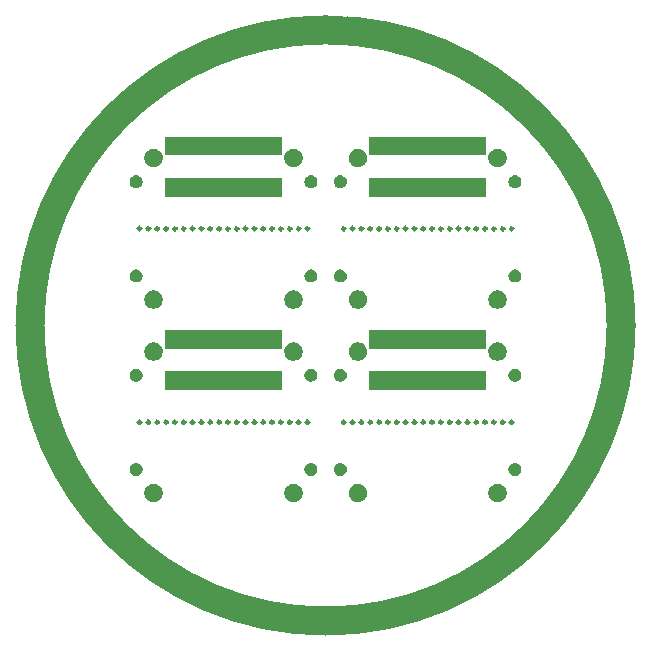
<source format=gbr>
G04 #@! TF.GenerationSoftware,KiCad,Pcbnew,(5.1.4)-1*
G04 #@! TF.CreationDate,2019-10-08T18:00:11-06:00*
G04 #@! TF.ProjectId,Gateway02,47617465-7761-4793-9032-2e6b69636164,rev?*
G04 #@! TF.SameCoordinates,Original*
G04 #@! TF.FileFunction,Soldermask,Bot*
G04 #@! TF.FilePolarity,Negative*
%FSLAX46Y46*%
G04 Gerber Fmt 4.6, Leading zero omitted, Abs format (unit mm)*
G04 Created by KiCad (PCBNEW (5.1.4)-1) date 2019-10-08 18:00:11*
%MOMM*%
%LPD*%
G04 APERTURE LIST*
%ADD10C,0.250000*%
%ADD11C,0.150000*%
%ADD12C,2.450000*%
%ADD13C,0.100000*%
G04 APERTURE END LIST*
D10*
X97784000Y-105443000D02*
G75*
G03X97784000Y-105443000I-150000J0D01*
G01*
D11*
X96184000Y-105443000D02*
G75*
G03X96184000Y-105443000I-50000J0D01*
G01*
X96934000Y-105443000D02*
G75*
G03X96934000Y-105443000I-50000J0D01*
G01*
X95434000Y-105443000D02*
G75*
G03X95434000Y-105443000I-50000J0D01*
G01*
D10*
X97034000Y-105443000D02*
G75*
G03X97034000Y-105443000I-150000J0D01*
G01*
X98534000Y-105443000D02*
G75*
G03X98534000Y-105443000I-150000J0D01*
G01*
X95534000Y-105443000D02*
G75*
G03X95534000Y-105443000I-150000J0D01*
G01*
D11*
X98434000Y-105443000D02*
G75*
G03X98434000Y-105443000I-50000J0D01*
G01*
D10*
X107504000Y-105443000D02*
G75*
G03X107504000Y-105443000I-150000J0D01*
G01*
D11*
X108904000Y-105443000D02*
G75*
G03X108904000Y-105443000I-50000J0D01*
G01*
D10*
X96284000Y-105443000D02*
G75*
G03X96284000Y-105443000I-150000J0D01*
G01*
D11*
X97684000Y-105443000D02*
G75*
G03X97684000Y-105443000I-50000J0D01*
G01*
D10*
X109754000Y-105443000D02*
G75*
G03X109754000Y-105443000I-150000J0D01*
G01*
D11*
X107404000Y-105443000D02*
G75*
G03X107404000Y-105443000I-50000J0D01*
G01*
X106654000Y-105443000D02*
G75*
G03X106654000Y-105443000I-50000J0D01*
G01*
D10*
X108254000Y-105443000D02*
G75*
G03X108254000Y-105443000I-150000J0D01*
G01*
D11*
X108154000Y-105443000D02*
G75*
G03X108154000Y-105443000I-50000J0D01*
G01*
D10*
X106754000Y-105443000D02*
G75*
G03X106754000Y-105443000I-150000J0D01*
G01*
D11*
X109654000Y-105443000D02*
G75*
G03X109654000Y-105443000I-50000J0D01*
G01*
D10*
X109004000Y-105443000D02*
G75*
G03X109004000Y-105443000I-150000J0D01*
G01*
X103764000Y-105443000D02*
G75*
G03X103764000Y-105443000I-150000J0D01*
G01*
X99274000Y-105443000D02*
G75*
G03X99274000Y-105443000I-150000J0D01*
G01*
D11*
X103674000Y-105443000D02*
G75*
G03X103674000Y-105443000I-50000J0D01*
G01*
D10*
X103014000Y-105443000D02*
G75*
G03X103014000Y-105443000I-150000J0D01*
G01*
D11*
X100674000Y-105443000D02*
G75*
G03X100674000Y-105443000I-50000J0D01*
G01*
D10*
X100774000Y-105443000D02*
G75*
G03X100774000Y-105443000I-150000J0D01*
G01*
D11*
X99174000Y-105443000D02*
G75*
G03X99174000Y-105443000I-50000J0D01*
G01*
D10*
X106014000Y-105443000D02*
G75*
G03X106014000Y-105443000I-150000J0D01*
G01*
D11*
X105924000Y-105443000D02*
G75*
G03X105924000Y-105443000I-50000J0D01*
G01*
X102924000Y-105443000D02*
G75*
G03X102924000Y-105443000I-50000J0D01*
G01*
X105174000Y-105443000D02*
G75*
G03X105174000Y-105443000I-50000J0D01*
G01*
D10*
X104514000Y-105443000D02*
G75*
G03X104514000Y-105443000I-150000J0D01*
G01*
X101524000Y-105443000D02*
G75*
G03X101524000Y-105443000I-150000J0D01*
G01*
X105264000Y-105443000D02*
G75*
G03X105264000Y-105443000I-150000J0D01*
G01*
D11*
X104424000Y-105443000D02*
G75*
G03X104424000Y-105443000I-50000J0D01*
G01*
X99924000Y-105443000D02*
G75*
G03X99924000Y-105443000I-50000J0D01*
G01*
D10*
X102274000Y-105443000D02*
G75*
G03X102274000Y-105443000I-150000J0D01*
G01*
D11*
X102174000Y-105443000D02*
G75*
G03X102174000Y-105443000I-50000J0D01*
G01*
X101424000Y-105443000D02*
G75*
G03X101424000Y-105443000I-50000J0D01*
G01*
D10*
X100024000Y-105443000D02*
G75*
G03X100024000Y-105443000I-150000J0D01*
G01*
X80500000Y-105443000D02*
G75*
G03X80500000Y-105443000I-150000J0D01*
G01*
D11*
X78900000Y-105443000D02*
G75*
G03X78900000Y-105443000I-50000J0D01*
G01*
X79650000Y-105443000D02*
G75*
G03X79650000Y-105443000I-50000J0D01*
G01*
X78150000Y-105443000D02*
G75*
G03X78150000Y-105443000I-50000J0D01*
G01*
D10*
X79750000Y-105443000D02*
G75*
G03X79750000Y-105443000I-150000J0D01*
G01*
X81250000Y-105443000D02*
G75*
G03X81250000Y-105443000I-150000J0D01*
G01*
X78250000Y-105443000D02*
G75*
G03X78250000Y-105443000I-150000J0D01*
G01*
D11*
X81150000Y-105443000D02*
G75*
G03X81150000Y-105443000I-50000J0D01*
G01*
D10*
X90220000Y-105443000D02*
G75*
G03X90220000Y-105443000I-150000J0D01*
G01*
D11*
X91620000Y-105443000D02*
G75*
G03X91620000Y-105443000I-50000J0D01*
G01*
D10*
X79000000Y-105443000D02*
G75*
G03X79000000Y-105443000I-150000J0D01*
G01*
D11*
X80400000Y-105443000D02*
G75*
G03X80400000Y-105443000I-50000J0D01*
G01*
D10*
X92470000Y-105443000D02*
G75*
G03X92470000Y-105443000I-150000J0D01*
G01*
D11*
X90120000Y-105443000D02*
G75*
G03X90120000Y-105443000I-50000J0D01*
G01*
X89370000Y-105443000D02*
G75*
G03X89370000Y-105443000I-50000J0D01*
G01*
D10*
X90970000Y-105443000D02*
G75*
G03X90970000Y-105443000I-150000J0D01*
G01*
D11*
X90870000Y-105443000D02*
G75*
G03X90870000Y-105443000I-50000J0D01*
G01*
D10*
X89470000Y-105443000D02*
G75*
G03X89470000Y-105443000I-150000J0D01*
G01*
D11*
X92370000Y-105443000D02*
G75*
G03X92370000Y-105443000I-50000J0D01*
G01*
D10*
X91720000Y-105443000D02*
G75*
G03X91720000Y-105443000I-150000J0D01*
G01*
X86480000Y-105443000D02*
G75*
G03X86480000Y-105443000I-150000J0D01*
G01*
X81990000Y-105443000D02*
G75*
G03X81990000Y-105443000I-150000J0D01*
G01*
D11*
X86390000Y-105443000D02*
G75*
G03X86390000Y-105443000I-50000J0D01*
G01*
D10*
X85730000Y-105443000D02*
G75*
G03X85730000Y-105443000I-150000J0D01*
G01*
D11*
X83390000Y-105443000D02*
G75*
G03X83390000Y-105443000I-50000J0D01*
G01*
D10*
X83490000Y-105443000D02*
G75*
G03X83490000Y-105443000I-150000J0D01*
G01*
D11*
X81890000Y-105443000D02*
G75*
G03X81890000Y-105443000I-50000J0D01*
G01*
D10*
X88730000Y-105443000D02*
G75*
G03X88730000Y-105443000I-150000J0D01*
G01*
D11*
X88640000Y-105443000D02*
G75*
G03X88640000Y-105443000I-50000J0D01*
G01*
X85640000Y-105443000D02*
G75*
G03X85640000Y-105443000I-50000J0D01*
G01*
X87890000Y-105443000D02*
G75*
G03X87890000Y-105443000I-50000J0D01*
G01*
D10*
X87230000Y-105443000D02*
G75*
G03X87230000Y-105443000I-150000J0D01*
G01*
X84240000Y-105443000D02*
G75*
G03X84240000Y-105443000I-150000J0D01*
G01*
X87980000Y-105443000D02*
G75*
G03X87980000Y-105443000I-150000J0D01*
G01*
D11*
X87140000Y-105443000D02*
G75*
G03X87140000Y-105443000I-50000J0D01*
G01*
X82640000Y-105443000D02*
G75*
G03X82640000Y-105443000I-50000J0D01*
G01*
D10*
X84990000Y-105443000D02*
G75*
G03X84990000Y-105443000I-150000J0D01*
G01*
D11*
X84890000Y-105443000D02*
G75*
G03X84890000Y-105443000I-50000J0D01*
G01*
X84140000Y-105443000D02*
G75*
G03X84140000Y-105443000I-50000J0D01*
G01*
D10*
X82740000Y-105443000D02*
G75*
G03X82740000Y-105443000I-150000J0D01*
G01*
X97784000Y-89057000D02*
G75*
G03X97784000Y-89057000I-150000J0D01*
G01*
D11*
X96184000Y-89057000D02*
G75*
G03X96184000Y-89057000I-50000J0D01*
G01*
X96934000Y-89057000D02*
G75*
G03X96934000Y-89057000I-50000J0D01*
G01*
X95434000Y-89057000D02*
G75*
G03X95434000Y-89057000I-50000J0D01*
G01*
D10*
X97034000Y-89057000D02*
G75*
G03X97034000Y-89057000I-150000J0D01*
G01*
X98534000Y-89057000D02*
G75*
G03X98534000Y-89057000I-150000J0D01*
G01*
X95534000Y-89057000D02*
G75*
G03X95534000Y-89057000I-150000J0D01*
G01*
D11*
X98434000Y-89057000D02*
G75*
G03X98434000Y-89057000I-50000J0D01*
G01*
D10*
X107504000Y-89057000D02*
G75*
G03X107504000Y-89057000I-150000J0D01*
G01*
D11*
X108904000Y-89057000D02*
G75*
G03X108904000Y-89057000I-50000J0D01*
G01*
D10*
X96284000Y-89057000D02*
G75*
G03X96284000Y-89057000I-150000J0D01*
G01*
D11*
X97684000Y-89057000D02*
G75*
G03X97684000Y-89057000I-50000J0D01*
G01*
D10*
X109754000Y-89057000D02*
G75*
G03X109754000Y-89057000I-150000J0D01*
G01*
D11*
X107404000Y-89057000D02*
G75*
G03X107404000Y-89057000I-50000J0D01*
G01*
X106654000Y-89057000D02*
G75*
G03X106654000Y-89057000I-50000J0D01*
G01*
D10*
X108254000Y-89057000D02*
G75*
G03X108254000Y-89057000I-150000J0D01*
G01*
D11*
X108154000Y-89057000D02*
G75*
G03X108154000Y-89057000I-50000J0D01*
G01*
D10*
X106754000Y-89057000D02*
G75*
G03X106754000Y-89057000I-150000J0D01*
G01*
D11*
X109654000Y-89057000D02*
G75*
G03X109654000Y-89057000I-50000J0D01*
G01*
D10*
X109004000Y-89057000D02*
G75*
G03X109004000Y-89057000I-150000J0D01*
G01*
X103764000Y-89057000D02*
G75*
G03X103764000Y-89057000I-150000J0D01*
G01*
X99274000Y-89057000D02*
G75*
G03X99274000Y-89057000I-150000J0D01*
G01*
D11*
X103674000Y-89057000D02*
G75*
G03X103674000Y-89057000I-50000J0D01*
G01*
D10*
X103014000Y-89057000D02*
G75*
G03X103014000Y-89057000I-150000J0D01*
G01*
D11*
X100674000Y-89057000D02*
G75*
G03X100674000Y-89057000I-50000J0D01*
G01*
D10*
X100774000Y-89057000D02*
G75*
G03X100774000Y-89057000I-150000J0D01*
G01*
D11*
X99174000Y-89057000D02*
G75*
G03X99174000Y-89057000I-50000J0D01*
G01*
D10*
X106014000Y-89057000D02*
G75*
G03X106014000Y-89057000I-150000J0D01*
G01*
D11*
X105924000Y-89057000D02*
G75*
G03X105924000Y-89057000I-50000J0D01*
G01*
X102924000Y-89057000D02*
G75*
G03X102924000Y-89057000I-50000J0D01*
G01*
X105174000Y-89057000D02*
G75*
G03X105174000Y-89057000I-50000J0D01*
G01*
D10*
X104514000Y-89057000D02*
G75*
G03X104514000Y-89057000I-150000J0D01*
G01*
X101524000Y-89057000D02*
G75*
G03X101524000Y-89057000I-150000J0D01*
G01*
X105264000Y-89057000D02*
G75*
G03X105264000Y-89057000I-150000J0D01*
G01*
D11*
X104424000Y-89057000D02*
G75*
G03X104424000Y-89057000I-50000J0D01*
G01*
X99924000Y-89057000D02*
G75*
G03X99924000Y-89057000I-50000J0D01*
G01*
D10*
X102274000Y-89057000D02*
G75*
G03X102274000Y-89057000I-150000J0D01*
G01*
D11*
X102174000Y-89057000D02*
G75*
G03X102174000Y-89057000I-50000J0D01*
G01*
X101424000Y-89057000D02*
G75*
G03X101424000Y-89057000I-50000J0D01*
G01*
D10*
X100024000Y-89057000D02*
G75*
G03X100024000Y-89057000I-150000J0D01*
G01*
X78250000Y-89057000D02*
G75*
G03X78250000Y-89057000I-150000J0D01*
G01*
D11*
X79650000Y-89057000D02*
G75*
G03X79650000Y-89057000I-50000J0D01*
G01*
D10*
X79750000Y-89057000D02*
G75*
G03X79750000Y-89057000I-150000J0D01*
G01*
D11*
X78150000Y-89057000D02*
G75*
G03X78150000Y-89057000I-50000J0D01*
G01*
D10*
X80500000Y-89057000D02*
G75*
G03X80500000Y-89057000I-150000J0D01*
G01*
D11*
X78900000Y-89057000D02*
G75*
G03X78900000Y-89057000I-50000J0D01*
G01*
D10*
X81250000Y-89057000D02*
G75*
G03X81250000Y-89057000I-150000J0D01*
G01*
D11*
X81150000Y-89057000D02*
G75*
G03X81150000Y-89057000I-50000J0D01*
G01*
X80400000Y-89057000D02*
G75*
G03X80400000Y-89057000I-50000J0D01*
G01*
D10*
X79000000Y-89057000D02*
G75*
G03X79000000Y-89057000I-150000J0D01*
G01*
X90220000Y-89057000D02*
G75*
G03X90220000Y-89057000I-150000J0D01*
G01*
D11*
X90120000Y-89057000D02*
G75*
G03X90120000Y-89057000I-50000J0D01*
G01*
D10*
X89470000Y-89057000D02*
G75*
G03X89470000Y-89057000I-150000J0D01*
G01*
X92470000Y-89057000D02*
G75*
G03X92470000Y-89057000I-150000J0D01*
G01*
D11*
X92370000Y-89057000D02*
G75*
G03X92370000Y-89057000I-50000J0D01*
G01*
X89370000Y-89057000D02*
G75*
G03X89370000Y-89057000I-50000J0D01*
G01*
X91620000Y-89057000D02*
G75*
G03X91620000Y-89057000I-50000J0D01*
G01*
D10*
X90970000Y-89057000D02*
G75*
G03X90970000Y-89057000I-150000J0D01*
G01*
X91720000Y-89057000D02*
G75*
G03X91720000Y-89057000I-150000J0D01*
G01*
D11*
X90870000Y-89057000D02*
G75*
G03X90870000Y-89057000I-50000J0D01*
G01*
D10*
X82740000Y-89057000D02*
G75*
G03X82740000Y-89057000I-150000J0D01*
G01*
D11*
X84140000Y-89057000D02*
G75*
G03X84140000Y-89057000I-50000J0D01*
G01*
X84890000Y-89057000D02*
G75*
G03X84890000Y-89057000I-50000J0D01*
G01*
D10*
X84990000Y-89057000D02*
G75*
G03X84990000Y-89057000I-150000J0D01*
G01*
D11*
X82640000Y-89057000D02*
G75*
G03X82640000Y-89057000I-50000J0D01*
G01*
X87140000Y-89057000D02*
G75*
G03X87140000Y-89057000I-50000J0D01*
G01*
D10*
X87980000Y-89057000D02*
G75*
G03X87980000Y-89057000I-150000J0D01*
G01*
X84240000Y-89057000D02*
G75*
G03X84240000Y-89057000I-150000J0D01*
G01*
X87230000Y-89057000D02*
G75*
G03X87230000Y-89057000I-150000J0D01*
G01*
D11*
X87890000Y-89057000D02*
G75*
G03X87890000Y-89057000I-50000J0D01*
G01*
X85640000Y-89057000D02*
G75*
G03X85640000Y-89057000I-50000J0D01*
G01*
X88640000Y-89057000D02*
G75*
G03X88640000Y-89057000I-50000J0D01*
G01*
D10*
X88730000Y-89057000D02*
G75*
G03X88730000Y-89057000I-150000J0D01*
G01*
D11*
X81890000Y-89057000D02*
G75*
G03X81890000Y-89057000I-50000J0D01*
G01*
D10*
X83490000Y-89057000D02*
G75*
G03X83490000Y-89057000I-150000J0D01*
G01*
D11*
X83390000Y-89057000D02*
G75*
G03X83390000Y-89057000I-50000J0D01*
G01*
D10*
X85730000Y-89057000D02*
G75*
G03X85730000Y-89057000I-150000J0D01*
G01*
D11*
X86390000Y-89057000D02*
G75*
G03X86390000Y-89057000I-50000J0D01*
G01*
D10*
X81990000Y-89057000D02*
G75*
G03X81990000Y-89057000I-150000J0D01*
G01*
X86480000Y-89057000D02*
G75*
G03X86480000Y-89057000I-150000J0D01*
G01*
D12*
X118877000Y-97250000D02*
G75*
G03X118877000Y-97250000I-25025000J0D01*
G01*
D13*
G36*
X79516348Y-110686820D02*
G01*
X79516350Y-110686821D01*
X79516351Y-110686821D01*
X79657574Y-110745317D01*
X79657577Y-110745319D01*
X79784669Y-110830239D01*
X79892761Y-110938331D01*
X79977681Y-111065423D01*
X79977683Y-111065426D01*
X80036179Y-111206649D01*
X80066000Y-111356571D01*
X80066000Y-111509429D01*
X80036179Y-111659351D01*
X79977683Y-111800574D01*
X79977681Y-111800577D01*
X79892761Y-111927669D01*
X79784669Y-112035761D01*
X79657577Y-112120681D01*
X79657574Y-112120683D01*
X79516351Y-112179179D01*
X79516350Y-112179179D01*
X79516348Y-112179180D01*
X79366431Y-112209000D01*
X79213569Y-112209000D01*
X79063652Y-112179180D01*
X79063650Y-112179179D01*
X79063649Y-112179179D01*
X78922426Y-112120683D01*
X78922423Y-112120681D01*
X78795331Y-112035761D01*
X78687239Y-111927669D01*
X78602319Y-111800577D01*
X78602317Y-111800574D01*
X78543821Y-111659351D01*
X78514000Y-111509429D01*
X78514000Y-111356571D01*
X78543821Y-111206649D01*
X78602317Y-111065426D01*
X78602319Y-111065423D01*
X78687239Y-110938331D01*
X78795331Y-110830239D01*
X78922423Y-110745319D01*
X78922426Y-110745317D01*
X79063649Y-110686821D01*
X79063650Y-110686821D01*
X79063652Y-110686820D01*
X79213569Y-110657000D01*
X79366431Y-110657000D01*
X79516348Y-110686820D01*
X79516348Y-110686820D01*
G37*
G36*
X91356348Y-110686820D02*
G01*
X91356350Y-110686821D01*
X91356351Y-110686821D01*
X91497574Y-110745317D01*
X91497577Y-110745319D01*
X91624669Y-110830239D01*
X91732761Y-110938331D01*
X91817681Y-111065423D01*
X91817683Y-111065426D01*
X91876179Y-111206649D01*
X91906000Y-111356571D01*
X91906000Y-111509429D01*
X91876179Y-111659351D01*
X91817683Y-111800574D01*
X91817681Y-111800577D01*
X91732761Y-111927669D01*
X91624669Y-112035761D01*
X91497577Y-112120681D01*
X91497574Y-112120683D01*
X91356351Y-112179179D01*
X91356350Y-112179179D01*
X91356348Y-112179180D01*
X91206431Y-112209000D01*
X91053569Y-112209000D01*
X90903652Y-112179180D01*
X90903650Y-112179179D01*
X90903649Y-112179179D01*
X90762426Y-112120683D01*
X90762423Y-112120681D01*
X90635331Y-112035761D01*
X90527239Y-111927669D01*
X90442319Y-111800577D01*
X90442317Y-111800574D01*
X90383821Y-111659351D01*
X90354000Y-111509429D01*
X90354000Y-111356571D01*
X90383821Y-111206649D01*
X90442317Y-111065426D01*
X90442319Y-111065423D01*
X90527239Y-110938331D01*
X90635331Y-110830239D01*
X90762423Y-110745319D01*
X90762426Y-110745317D01*
X90903649Y-110686821D01*
X90903650Y-110686821D01*
X90903652Y-110686820D01*
X91053569Y-110657000D01*
X91206431Y-110657000D01*
X91356348Y-110686820D01*
X91356348Y-110686820D01*
G37*
G36*
X108640348Y-110686820D02*
G01*
X108640350Y-110686821D01*
X108640351Y-110686821D01*
X108781574Y-110745317D01*
X108781577Y-110745319D01*
X108908669Y-110830239D01*
X109016761Y-110938331D01*
X109101681Y-111065423D01*
X109101683Y-111065426D01*
X109160179Y-111206649D01*
X109190000Y-111356571D01*
X109190000Y-111509429D01*
X109160179Y-111659351D01*
X109101683Y-111800574D01*
X109101681Y-111800577D01*
X109016761Y-111927669D01*
X108908669Y-112035761D01*
X108781577Y-112120681D01*
X108781574Y-112120683D01*
X108640351Y-112179179D01*
X108640350Y-112179179D01*
X108640348Y-112179180D01*
X108490431Y-112209000D01*
X108337569Y-112209000D01*
X108187652Y-112179180D01*
X108187650Y-112179179D01*
X108187649Y-112179179D01*
X108046426Y-112120683D01*
X108046423Y-112120681D01*
X107919331Y-112035761D01*
X107811239Y-111927669D01*
X107726319Y-111800577D01*
X107726317Y-111800574D01*
X107667821Y-111659351D01*
X107638000Y-111509429D01*
X107638000Y-111356571D01*
X107667821Y-111206649D01*
X107726317Y-111065426D01*
X107726319Y-111065423D01*
X107811239Y-110938331D01*
X107919331Y-110830239D01*
X108046423Y-110745319D01*
X108046426Y-110745317D01*
X108187649Y-110686821D01*
X108187650Y-110686821D01*
X108187652Y-110686820D01*
X108337569Y-110657000D01*
X108490431Y-110657000D01*
X108640348Y-110686820D01*
X108640348Y-110686820D01*
G37*
G36*
X96800348Y-110686820D02*
G01*
X96800350Y-110686821D01*
X96800351Y-110686821D01*
X96941574Y-110745317D01*
X96941577Y-110745319D01*
X97068669Y-110830239D01*
X97176761Y-110938331D01*
X97261681Y-111065423D01*
X97261683Y-111065426D01*
X97320179Y-111206649D01*
X97350000Y-111356571D01*
X97350000Y-111509429D01*
X97320179Y-111659351D01*
X97261683Y-111800574D01*
X97261681Y-111800577D01*
X97176761Y-111927669D01*
X97068669Y-112035761D01*
X96941577Y-112120681D01*
X96941574Y-112120683D01*
X96800351Y-112179179D01*
X96800350Y-112179179D01*
X96800348Y-112179180D01*
X96650431Y-112209000D01*
X96497569Y-112209000D01*
X96347652Y-112179180D01*
X96347650Y-112179179D01*
X96347649Y-112179179D01*
X96206426Y-112120683D01*
X96206423Y-112120681D01*
X96079331Y-112035761D01*
X95971239Y-111927669D01*
X95886319Y-111800577D01*
X95886317Y-111800574D01*
X95827821Y-111659351D01*
X95798000Y-111509429D01*
X95798000Y-111356571D01*
X95827821Y-111206649D01*
X95886317Y-111065426D01*
X95886319Y-111065423D01*
X95971239Y-110938331D01*
X96079331Y-110830239D01*
X96206423Y-110745319D01*
X96206426Y-110745317D01*
X96347649Y-110686821D01*
X96347650Y-110686821D01*
X96347652Y-110686820D01*
X96497569Y-110657000D01*
X96650431Y-110657000D01*
X96800348Y-110686820D01*
X96800348Y-110686820D01*
G37*
G36*
X77975721Y-108903174D02*
G01*
X78075995Y-108944709D01*
X78075996Y-108944710D01*
X78166242Y-109005010D01*
X78242990Y-109081758D01*
X78242991Y-109081760D01*
X78303291Y-109172005D01*
X78344826Y-109272279D01*
X78366000Y-109378730D01*
X78366000Y-109487270D01*
X78344826Y-109593721D01*
X78303291Y-109693995D01*
X78303290Y-109693996D01*
X78242990Y-109784242D01*
X78166242Y-109860990D01*
X78120812Y-109891345D01*
X78075995Y-109921291D01*
X77975721Y-109962826D01*
X77869270Y-109984000D01*
X77760730Y-109984000D01*
X77654279Y-109962826D01*
X77554005Y-109921291D01*
X77509188Y-109891345D01*
X77463758Y-109860990D01*
X77387010Y-109784242D01*
X77326710Y-109693996D01*
X77326709Y-109693995D01*
X77285174Y-109593721D01*
X77264000Y-109487270D01*
X77264000Y-109378730D01*
X77285174Y-109272279D01*
X77326709Y-109172005D01*
X77387009Y-109081760D01*
X77387010Y-109081758D01*
X77463758Y-109005010D01*
X77554004Y-108944710D01*
X77554005Y-108944709D01*
X77654279Y-108903174D01*
X77760730Y-108882000D01*
X77869270Y-108882000D01*
X77975721Y-108903174D01*
X77975721Y-108903174D01*
G37*
G36*
X92765721Y-108903174D02*
G01*
X92865995Y-108944709D01*
X92865996Y-108944710D01*
X92956242Y-109005010D01*
X93032990Y-109081758D01*
X93032991Y-109081760D01*
X93093291Y-109172005D01*
X93134826Y-109272279D01*
X93156000Y-109378730D01*
X93156000Y-109487270D01*
X93134826Y-109593721D01*
X93093291Y-109693995D01*
X93093290Y-109693996D01*
X93032990Y-109784242D01*
X92956242Y-109860990D01*
X92910812Y-109891345D01*
X92865995Y-109921291D01*
X92765721Y-109962826D01*
X92659270Y-109984000D01*
X92550730Y-109984000D01*
X92444279Y-109962826D01*
X92344005Y-109921291D01*
X92299188Y-109891345D01*
X92253758Y-109860990D01*
X92177010Y-109784242D01*
X92116710Y-109693996D01*
X92116709Y-109693995D01*
X92075174Y-109593721D01*
X92054000Y-109487270D01*
X92054000Y-109378730D01*
X92075174Y-109272279D01*
X92116709Y-109172005D01*
X92177009Y-109081760D01*
X92177010Y-109081758D01*
X92253758Y-109005010D01*
X92344004Y-108944710D01*
X92344005Y-108944709D01*
X92444279Y-108903174D01*
X92550730Y-108882000D01*
X92659270Y-108882000D01*
X92765721Y-108903174D01*
X92765721Y-108903174D01*
G37*
G36*
X95259721Y-108903174D02*
G01*
X95359995Y-108944709D01*
X95359996Y-108944710D01*
X95450242Y-109005010D01*
X95526990Y-109081758D01*
X95526991Y-109081760D01*
X95587291Y-109172005D01*
X95628826Y-109272279D01*
X95650000Y-109378730D01*
X95650000Y-109487270D01*
X95628826Y-109593721D01*
X95587291Y-109693995D01*
X95587290Y-109693996D01*
X95526990Y-109784242D01*
X95450242Y-109860990D01*
X95404812Y-109891345D01*
X95359995Y-109921291D01*
X95259721Y-109962826D01*
X95153270Y-109984000D01*
X95044730Y-109984000D01*
X94938279Y-109962826D01*
X94838005Y-109921291D01*
X94793188Y-109891345D01*
X94747758Y-109860990D01*
X94671010Y-109784242D01*
X94610710Y-109693996D01*
X94610709Y-109693995D01*
X94569174Y-109593721D01*
X94548000Y-109487270D01*
X94548000Y-109378730D01*
X94569174Y-109272279D01*
X94610709Y-109172005D01*
X94671009Y-109081760D01*
X94671010Y-109081758D01*
X94747758Y-109005010D01*
X94838004Y-108944710D01*
X94838005Y-108944709D01*
X94938279Y-108903174D01*
X95044730Y-108882000D01*
X95153270Y-108882000D01*
X95259721Y-108903174D01*
X95259721Y-108903174D01*
G37*
G36*
X110049721Y-108903174D02*
G01*
X110149995Y-108944709D01*
X110149996Y-108944710D01*
X110240242Y-109005010D01*
X110316990Y-109081758D01*
X110316991Y-109081760D01*
X110377291Y-109172005D01*
X110418826Y-109272279D01*
X110440000Y-109378730D01*
X110440000Y-109487270D01*
X110418826Y-109593721D01*
X110377291Y-109693995D01*
X110377290Y-109693996D01*
X110316990Y-109784242D01*
X110240242Y-109860990D01*
X110194812Y-109891345D01*
X110149995Y-109921291D01*
X110049721Y-109962826D01*
X109943270Y-109984000D01*
X109834730Y-109984000D01*
X109728279Y-109962826D01*
X109628005Y-109921291D01*
X109583188Y-109891345D01*
X109537758Y-109860990D01*
X109461010Y-109784242D01*
X109400710Y-109693996D01*
X109400709Y-109693995D01*
X109359174Y-109593721D01*
X109338000Y-109487270D01*
X109338000Y-109378730D01*
X109359174Y-109272279D01*
X109400709Y-109172005D01*
X109461009Y-109081760D01*
X109461010Y-109081758D01*
X109537758Y-109005010D01*
X109628004Y-108944710D01*
X109628005Y-108944709D01*
X109728279Y-108903174D01*
X109834730Y-108882000D01*
X109943270Y-108882000D01*
X110049721Y-108903174D01*
X110049721Y-108903174D01*
G37*
G36*
X107444000Y-102743000D02*
G01*
X97544000Y-102743000D01*
X97544000Y-101143000D01*
X107444000Y-101143000D01*
X107444000Y-102743000D01*
X107444000Y-102743000D01*
G37*
G36*
X90160000Y-102743000D02*
G01*
X80260000Y-102743000D01*
X80260000Y-101143000D01*
X90160000Y-101143000D01*
X90160000Y-102743000D01*
X90160000Y-102743000D01*
G37*
G36*
X77975721Y-100923174D02*
G01*
X78075995Y-100964709D01*
X78075996Y-100964710D01*
X78166242Y-101025010D01*
X78242990Y-101101758D01*
X78242991Y-101101760D01*
X78303291Y-101192005D01*
X78344826Y-101292279D01*
X78366000Y-101398730D01*
X78366000Y-101507270D01*
X78344826Y-101613721D01*
X78303291Y-101713995D01*
X78303290Y-101713996D01*
X78242990Y-101804242D01*
X78166242Y-101880990D01*
X78120812Y-101911345D01*
X78075995Y-101941291D01*
X77975721Y-101982826D01*
X77869270Y-102004000D01*
X77760730Y-102004000D01*
X77654279Y-101982826D01*
X77554005Y-101941291D01*
X77509188Y-101911345D01*
X77463758Y-101880990D01*
X77387010Y-101804242D01*
X77326710Y-101713996D01*
X77326709Y-101713995D01*
X77285174Y-101613721D01*
X77264000Y-101507270D01*
X77264000Y-101398730D01*
X77285174Y-101292279D01*
X77326709Y-101192005D01*
X77387009Y-101101760D01*
X77387010Y-101101758D01*
X77463758Y-101025010D01*
X77554004Y-100964710D01*
X77554005Y-100964709D01*
X77654279Y-100923174D01*
X77760730Y-100902000D01*
X77869270Y-100902000D01*
X77975721Y-100923174D01*
X77975721Y-100923174D01*
G37*
G36*
X95259721Y-100923174D02*
G01*
X95359995Y-100964709D01*
X95359996Y-100964710D01*
X95450242Y-101025010D01*
X95526990Y-101101758D01*
X95526991Y-101101760D01*
X95587291Y-101192005D01*
X95628826Y-101292279D01*
X95650000Y-101398730D01*
X95650000Y-101507270D01*
X95628826Y-101613721D01*
X95587291Y-101713995D01*
X95587290Y-101713996D01*
X95526990Y-101804242D01*
X95450242Y-101880990D01*
X95404812Y-101911345D01*
X95359995Y-101941291D01*
X95259721Y-101982826D01*
X95153270Y-102004000D01*
X95044730Y-102004000D01*
X94938279Y-101982826D01*
X94838005Y-101941291D01*
X94793188Y-101911345D01*
X94747758Y-101880990D01*
X94671010Y-101804242D01*
X94610710Y-101713996D01*
X94610709Y-101713995D01*
X94569174Y-101613721D01*
X94548000Y-101507270D01*
X94548000Y-101398730D01*
X94569174Y-101292279D01*
X94610709Y-101192005D01*
X94671009Y-101101760D01*
X94671010Y-101101758D01*
X94747758Y-101025010D01*
X94838004Y-100964710D01*
X94838005Y-100964709D01*
X94938279Y-100923174D01*
X95044730Y-100902000D01*
X95153270Y-100902000D01*
X95259721Y-100923174D01*
X95259721Y-100923174D01*
G37*
G36*
X92765721Y-100923174D02*
G01*
X92865995Y-100964709D01*
X92865996Y-100964710D01*
X92956242Y-101025010D01*
X93032990Y-101101758D01*
X93032991Y-101101760D01*
X93093291Y-101192005D01*
X93134826Y-101292279D01*
X93156000Y-101398730D01*
X93156000Y-101507270D01*
X93134826Y-101613721D01*
X93093291Y-101713995D01*
X93093290Y-101713996D01*
X93032990Y-101804242D01*
X92956242Y-101880990D01*
X92910812Y-101911345D01*
X92865995Y-101941291D01*
X92765721Y-101982826D01*
X92659270Y-102004000D01*
X92550730Y-102004000D01*
X92444279Y-101982826D01*
X92344005Y-101941291D01*
X92299188Y-101911345D01*
X92253758Y-101880990D01*
X92177010Y-101804242D01*
X92116710Y-101713996D01*
X92116709Y-101713995D01*
X92075174Y-101613721D01*
X92054000Y-101507270D01*
X92054000Y-101398730D01*
X92075174Y-101292279D01*
X92116709Y-101192005D01*
X92177009Y-101101760D01*
X92177010Y-101101758D01*
X92253758Y-101025010D01*
X92344004Y-100964710D01*
X92344005Y-100964709D01*
X92444279Y-100923174D01*
X92550730Y-100902000D01*
X92659270Y-100902000D01*
X92765721Y-100923174D01*
X92765721Y-100923174D01*
G37*
G36*
X110049721Y-100923174D02*
G01*
X110149995Y-100964709D01*
X110149996Y-100964710D01*
X110240242Y-101025010D01*
X110316990Y-101101758D01*
X110316991Y-101101760D01*
X110377291Y-101192005D01*
X110418826Y-101292279D01*
X110440000Y-101398730D01*
X110440000Y-101507270D01*
X110418826Y-101613721D01*
X110377291Y-101713995D01*
X110377290Y-101713996D01*
X110316990Y-101804242D01*
X110240242Y-101880990D01*
X110194812Y-101911345D01*
X110149995Y-101941291D01*
X110049721Y-101982826D01*
X109943270Y-102004000D01*
X109834730Y-102004000D01*
X109728279Y-101982826D01*
X109628005Y-101941291D01*
X109583188Y-101911345D01*
X109537758Y-101880990D01*
X109461010Y-101804242D01*
X109400710Y-101713996D01*
X109400709Y-101713995D01*
X109359174Y-101613721D01*
X109338000Y-101507270D01*
X109338000Y-101398730D01*
X109359174Y-101292279D01*
X109400709Y-101192005D01*
X109461009Y-101101760D01*
X109461010Y-101101758D01*
X109537758Y-101025010D01*
X109628004Y-100964710D01*
X109628005Y-100964709D01*
X109728279Y-100923174D01*
X109834730Y-100902000D01*
X109943270Y-100902000D01*
X110049721Y-100923174D01*
X110049721Y-100923174D01*
G37*
G36*
X108640348Y-98706820D02*
G01*
X108640350Y-98706821D01*
X108640351Y-98706821D01*
X108781574Y-98765317D01*
X108781577Y-98765319D01*
X108908669Y-98850239D01*
X109016761Y-98958331D01*
X109101681Y-99085423D01*
X109101683Y-99085426D01*
X109152468Y-99208033D01*
X109160180Y-99226652D01*
X109188295Y-99367999D01*
X109190000Y-99376571D01*
X109190000Y-99529429D01*
X109160179Y-99679351D01*
X109101683Y-99820574D01*
X109101681Y-99820577D01*
X109016761Y-99947669D01*
X108908669Y-100055761D01*
X108781577Y-100140681D01*
X108781574Y-100140683D01*
X108640351Y-100199179D01*
X108640350Y-100199179D01*
X108640348Y-100199180D01*
X108490431Y-100229000D01*
X108337569Y-100229000D01*
X108187652Y-100199180D01*
X108187650Y-100199179D01*
X108187649Y-100199179D01*
X108046426Y-100140683D01*
X108046423Y-100140681D01*
X107919331Y-100055761D01*
X107811239Y-99947669D01*
X107726319Y-99820577D01*
X107726317Y-99820574D01*
X107667821Y-99679351D01*
X107638000Y-99529429D01*
X107638000Y-99367999D01*
X107635598Y-99343613D01*
X107628485Y-99320164D01*
X107616934Y-99298553D01*
X107601389Y-99279611D01*
X107582447Y-99264066D01*
X107579596Y-99262542D01*
X107593385Y-99261184D01*
X107616834Y-99254071D01*
X107638445Y-99242520D01*
X107657387Y-99226975D01*
X107672932Y-99208033D01*
X107684483Y-99186423D01*
X107694197Y-99162972D01*
X107726317Y-99085426D01*
X107726319Y-99085423D01*
X107811239Y-98958331D01*
X107919331Y-98850239D01*
X108046423Y-98765319D01*
X108046426Y-98765317D01*
X108187649Y-98706821D01*
X108187650Y-98706821D01*
X108187652Y-98706820D01*
X108337569Y-98677000D01*
X108490431Y-98677000D01*
X108640348Y-98706820D01*
X108640348Y-98706820D01*
G37*
G36*
X96800348Y-98706820D02*
G01*
X96800350Y-98706821D01*
X96800351Y-98706821D01*
X96941574Y-98765317D01*
X96941577Y-98765319D01*
X97068669Y-98850239D01*
X97176761Y-98958331D01*
X97261681Y-99085423D01*
X97261683Y-99085426D01*
X97293803Y-99162972D01*
X97303517Y-99186423D01*
X97315069Y-99208033D01*
X97330614Y-99226975D01*
X97349556Y-99242520D01*
X97371167Y-99254071D01*
X97394616Y-99261184D01*
X97408404Y-99262542D01*
X97405553Y-99264066D01*
X97386611Y-99279611D01*
X97371066Y-99298553D01*
X97359515Y-99320164D01*
X97352402Y-99343613D01*
X97350000Y-99367999D01*
X97350000Y-99529429D01*
X97320179Y-99679351D01*
X97261683Y-99820574D01*
X97261681Y-99820577D01*
X97176761Y-99947669D01*
X97068669Y-100055761D01*
X96941577Y-100140681D01*
X96941574Y-100140683D01*
X96800351Y-100199179D01*
X96800350Y-100199179D01*
X96800348Y-100199180D01*
X96650431Y-100229000D01*
X96497569Y-100229000D01*
X96347652Y-100199180D01*
X96347650Y-100199179D01*
X96347649Y-100199179D01*
X96206426Y-100140683D01*
X96206423Y-100140681D01*
X96079331Y-100055761D01*
X95971239Y-99947669D01*
X95886319Y-99820577D01*
X95886317Y-99820574D01*
X95827821Y-99679351D01*
X95798000Y-99529429D01*
X95798000Y-99376571D01*
X95799705Y-99367999D01*
X95827820Y-99226652D01*
X95835532Y-99208033D01*
X95886317Y-99085426D01*
X95886319Y-99085423D01*
X95971239Y-98958331D01*
X96079331Y-98850239D01*
X96206423Y-98765319D01*
X96206426Y-98765317D01*
X96347649Y-98706821D01*
X96347650Y-98706821D01*
X96347652Y-98706820D01*
X96497569Y-98677000D01*
X96650431Y-98677000D01*
X96800348Y-98706820D01*
X96800348Y-98706820D01*
G37*
G36*
X91356348Y-98706820D02*
G01*
X91356350Y-98706821D01*
X91356351Y-98706821D01*
X91497574Y-98765317D01*
X91497577Y-98765319D01*
X91624669Y-98850239D01*
X91732761Y-98958331D01*
X91817681Y-99085423D01*
X91817683Y-99085426D01*
X91868468Y-99208033D01*
X91876180Y-99226652D01*
X91904295Y-99367999D01*
X91906000Y-99376571D01*
X91906000Y-99529429D01*
X91876179Y-99679351D01*
X91817683Y-99820574D01*
X91817681Y-99820577D01*
X91732761Y-99947669D01*
X91624669Y-100055761D01*
X91497577Y-100140681D01*
X91497574Y-100140683D01*
X91356351Y-100199179D01*
X91356350Y-100199179D01*
X91356348Y-100199180D01*
X91206431Y-100229000D01*
X91053569Y-100229000D01*
X90903652Y-100199180D01*
X90903650Y-100199179D01*
X90903649Y-100199179D01*
X90762426Y-100140683D01*
X90762423Y-100140681D01*
X90635331Y-100055761D01*
X90527239Y-99947669D01*
X90442319Y-99820577D01*
X90442317Y-99820574D01*
X90383821Y-99679351D01*
X90354000Y-99529429D01*
X90354000Y-99367999D01*
X90351598Y-99343613D01*
X90344485Y-99320164D01*
X90332934Y-99298553D01*
X90317389Y-99279611D01*
X90298447Y-99264066D01*
X90295596Y-99262542D01*
X90309385Y-99261184D01*
X90332834Y-99254071D01*
X90354445Y-99242520D01*
X90373387Y-99226975D01*
X90388932Y-99208033D01*
X90400483Y-99186423D01*
X90410197Y-99162972D01*
X90442317Y-99085426D01*
X90442319Y-99085423D01*
X90527239Y-98958331D01*
X90635331Y-98850239D01*
X90762423Y-98765319D01*
X90762426Y-98765317D01*
X90903649Y-98706821D01*
X90903650Y-98706821D01*
X90903652Y-98706820D01*
X91053569Y-98677000D01*
X91206431Y-98677000D01*
X91356348Y-98706820D01*
X91356348Y-98706820D01*
G37*
G36*
X79516348Y-98706820D02*
G01*
X79516350Y-98706821D01*
X79516351Y-98706821D01*
X79657574Y-98765317D01*
X79657577Y-98765319D01*
X79784669Y-98850239D01*
X79892761Y-98958331D01*
X79977681Y-99085423D01*
X79977683Y-99085426D01*
X80009803Y-99162972D01*
X80019517Y-99186423D01*
X80031069Y-99208033D01*
X80046614Y-99226975D01*
X80065556Y-99242520D01*
X80087167Y-99254071D01*
X80110616Y-99261184D01*
X80124404Y-99262542D01*
X80121553Y-99264066D01*
X80102611Y-99279611D01*
X80087066Y-99298553D01*
X80075515Y-99320164D01*
X80068402Y-99343613D01*
X80066000Y-99367999D01*
X80066000Y-99529429D01*
X80036179Y-99679351D01*
X79977683Y-99820574D01*
X79977681Y-99820577D01*
X79892761Y-99947669D01*
X79784669Y-100055761D01*
X79657577Y-100140681D01*
X79657574Y-100140683D01*
X79516351Y-100199179D01*
X79516350Y-100199179D01*
X79516348Y-100199180D01*
X79366431Y-100229000D01*
X79213569Y-100229000D01*
X79063652Y-100199180D01*
X79063650Y-100199179D01*
X79063649Y-100199179D01*
X78922426Y-100140683D01*
X78922423Y-100140681D01*
X78795331Y-100055761D01*
X78687239Y-99947669D01*
X78602319Y-99820577D01*
X78602317Y-99820574D01*
X78543821Y-99679351D01*
X78514000Y-99529429D01*
X78514000Y-99376571D01*
X78515705Y-99367999D01*
X78543820Y-99226652D01*
X78551532Y-99208033D01*
X78602317Y-99085426D01*
X78602319Y-99085423D01*
X78687239Y-98958331D01*
X78795331Y-98850239D01*
X78922423Y-98765319D01*
X78922426Y-98765317D01*
X79063649Y-98706821D01*
X79063650Y-98706821D01*
X79063652Y-98706820D01*
X79213569Y-98677000D01*
X79366431Y-98677000D01*
X79516348Y-98706820D01*
X79516348Y-98706820D01*
G37*
G36*
X90160000Y-99138587D02*
G01*
X90162402Y-99162973D01*
X90169515Y-99186422D01*
X90181066Y-99208033D01*
X90196611Y-99226975D01*
X90215553Y-99242520D01*
X90216451Y-99243000D01*
X80203547Y-99243000D01*
X80204447Y-99242519D01*
X80223389Y-99226974D01*
X80238934Y-99208032D01*
X80250485Y-99186421D01*
X80257598Y-99162972D01*
X80260000Y-99138587D01*
X80260000Y-97643000D01*
X90160000Y-97643000D01*
X90160000Y-99138587D01*
X90160000Y-99138587D01*
G37*
G36*
X107444000Y-99138587D02*
G01*
X107446402Y-99162973D01*
X107453515Y-99186422D01*
X107465066Y-99208033D01*
X107480611Y-99226975D01*
X107499553Y-99242520D01*
X107500451Y-99243000D01*
X97487547Y-99243000D01*
X97488447Y-99242519D01*
X97507389Y-99226974D01*
X97522934Y-99208032D01*
X97534485Y-99186421D01*
X97541598Y-99162972D01*
X97544000Y-99138587D01*
X97544000Y-97643000D01*
X107444000Y-97643000D01*
X107444000Y-99138587D01*
X107444000Y-99138587D01*
G37*
G36*
X91356348Y-94300820D02*
G01*
X91356350Y-94300821D01*
X91356351Y-94300821D01*
X91497574Y-94359317D01*
X91497577Y-94359319D01*
X91624669Y-94444239D01*
X91732761Y-94552331D01*
X91817681Y-94679423D01*
X91817683Y-94679426D01*
X91876179Y-94820649D01*
X91906000Y-94970571D01*
X91906000Y-95123429D01*
X91876179Y-95273351D01*
X91817683Y-95414574D01*
X91817681Y-95414577D01*
X91732761Y-95541669D01*
X91624669Y-95649761D01*
X91497577Y-95734681D01*
X91497574Y-95734683D01*
X91356351Y-95793179D01*
X91356350Y-95793179D01*
X91356348Y-95793180D01*
X91206431Y-95823000D01*
X91053569Y-95823000D01*
X90903652Y-95793180D01*
X90903650Y-95793179D01*
X90903649Y-95793179D01*
X90762426Y-95734683D01*
X90762423Y-95734681D01*
X90635331Y-95649761D01*
X90527239Y-95541669D01*
X90442319Y-95414577D01*
X90442317Y-95414574D01*
X90383821Y-95273351D01*
X90354000Y-95123429D01*
X90354000Y-94970571D01*
X90383821Y-94820649D01*
X90442317Y-94679426D01*
X90442319Y-94679423D01*
X90527239Y-94552331D01*
X90635331Y-94444239D01*
X90762423Y-94359319D01*
X90762426Y-94359317D01*
X90903649Y-94300821D01*
X90903650Y-94300821D01*
X90903652Y-94300820D01*
X91053569Y-94271000D01*
X91206431Y-94271000D01*
X91356348Y-94300820D01*
X91356348Y-94300820D01*
G37*
G36*
X96800348Y-94300820D02*
G01*
X96800350Y-94300821D01*
X96800351Y-94300821D01*
X96941574Y-94359317D01*
X96941577Y-94359319D01*
X97068669Y-94444239D01*
X97176761Y-94552331D01*
X97261681Y-94679423D01*
X97261683Y-94679426D01*
X97320179Y-94820649D01*
X97350000Y-94970571D01*
X97350000Y-95123429D01*
X97320179Y-95273351D01*
X97261683Y-95414574D01*
X97261681Y-95414577D01*
X97176761Y-95541669D01*
X97068669Y-95649761D01*
X96941577Y-95734681D01*
X96941574Y-95734683D01*
X96800351Y-95793179D01*
X96800350Y-95793179D01*
X96800348Y-95793180D01*
X96650431Y-95823000D01*
X96497569Y-95823000D01*
X96347652Y-95793180D01*
X96347650Y-95793179D01*
X96347649Y-95793179D01*
X96206426Y-95734683D01*
X96206423Y-95734681D01*
X96079331Y-95649761D01*
X95971239Y-95541669D01*
X95886319Y-95414577D01*
X95886317Y-95414574D01*
X95827821Y-95273351D01*
X95798000Y-95123429D01*
X95798000Y-94970571D01*
X95827821Y-94820649D01*
X95886317Y-94679426D01*
X95886319Y-94679423D01*
X95971239Y-94552331D01*
X96079331Y-94444239D01*
X96206423Y-94359319D01*
X96206426Y-94359317D01*
X96347649Y-94300821D01*
X96347650Y-94300821D01*
X96347652Y-94300820D01*
X96497569Y-94271000D01*
X96650431Y-94271000D01*
X96800348Y-94300820D01*
X96800348Y-94300820D01*
G37*
G36*
X79516348Y-94300820D02*
G01*
X79516350Y-94300821D01*
X79516351Y-94300821D01*
X79657574Y-94359317D01*
X79657577Y-94359319D01*
X79784669Y-94444239D01*
X79892761Y-94552331D01*
X79977681Y-94679423D01*
X79977683Y-94679426D01*
X80036179Y-94820649D01*
X80066000Y-94970571D01*
X80066000Y-95123429D01*
X80036179Y-95273351D01*
X79977683Y-95414574D01*
X79977681Y-95414577D01*
X79892761Y-95541669D01*
X79784669Y-95649761D01*
X79657577Y-95734681D01*
X79657574Y-95734683D01*
X79516351Y-95793179D01*
X79516350Y-95793179D01*
X79516348Y-95793180D01*
X79366431Y-95823000D01*
X79213569Y-95823000D01*
X79063652Y-95793180D01*
X79063650Y-95793179D01*
X79063649Y-95793179D01*
X78922426Y-95734683D01*
X78922423Y-95734681D01*
X78795331Y-95649761D01*
X78687239Y-95541669D01*
X78602319Y-95414577D01*
X78602317Y-95414574D01*
X78543821Y-95273351D01*
X78514000Y-95123429D01*
X78514000Y-94970571D01*
X78543821Y-94820649D01*
X78602317Y-94679426D01*
X78602319Y-94679423D01*
X78687239Y-94552331D01*
X78795331Y-94444239D01*
X78922423Y-94359319D01*
X78922426Y-94359317D01*
X79063649Y-94300821D01*
X79063650Y-94300821D01*
X79063652Y-94300820D01*
X79213569Y-94271000D01*
X79366431Y-94271000D01*
X79516348Y-94300820D01*
X79516348Y-94300820D01*
G37*
G36*
X108640348Y-94300820D02*
G01*
X108640350Y-94300821D01*
X108640351Y-94300821D01*
X108781574Y-94359317D01*
X108781577Y-94359319D01*
X108908669Y-94444239D01*
X109016761Y-94552331D01*
X109101681Y-94679423D01*
X109101683Y-94679426D01*
X109160179Y-94820649D01*
X109190000Y-94970571D01*
X109190000Y-95123429D01*
X109160179Y-95273351D01*
X109101683Y-95414574D01*
X109101681Y-95414577D01*
X109016761Y-95541669D01*
X108908669Y-95649761D01*
X108781577Y-95734681D01*
X108781574Y-95734683D01*
X108640351Y-95793179D01*
X108640350Y-95793179D01*
X108640348Y-95793180D01*
X108490431Y-95823000D01*
X108337569Y-95823000D01*
X108187652Y-95793180D01*
X108187650Y-95793179D01*
X108187649Y-95793179D01*
X108046426Y-95734683D01*
X108046423Y-95734681D01*
X107919331Y-95649761D01*
X107811239Y-95541669D01*
X107726319Y-95414577D01*
X107726317Y-95414574D01*
X107667821Y-95273351D01*
X107638000Y-95123429D01*
X107638000Y-94970571D01*
X107667821Y-94820649D01*
X107726317Y-94679426D01*
X107726319Y-94679423D01*
X107811239Y-94552331D01*
X107919331Y-94444239D01*
X108046423Y-94359319D01*
X108046426Y-94359317D01*
X108187649Y-94300821D01*
X108187650Y-94300821D01*
X108187652Y-94300820D01*
X108337569Y-94271000D01*
X108490431Y-94271000D01*
X108640348Y-94300820D01*
X108640348Y-94300820D01*
G37*
G36*
X92765721Y-92517174D02*
G01*
X92865995Y-92558709D01*
X92865996Y-92558710D01*
X92956242Y-92619010D01*
X93032990Y-92695758D01*
X93032991Y-92695760D01*
X93093291Y-92786005D01*
X93134826Y-92886279D01*
X93156000Y-92992730D01*
X93156000Y-93101270D01*
X93134826Y-93207721D01*
X93093291Y-93307995D01*
X93093290Y-93307996D01*
X93032990Y-93398242D01*
X92956242Y-93474990D01*
X92910812Y-93505345D01*
X92865995Y-93535291D01*
X92765721Y-93576826D01*
X92659270Y-93598000D01*
X92550730Y-93598000D01*
X92444279Y-93576826D01*
X92344005Y-93535291D01*
X92299188Y-93505345D01*
X92253758Y-93474990D01*
X92177010Y-93398242D01*
X92116710Y-93307996D01*
X92116709Y-93307995D01*
X92075174Y-93207721D01*
X92054000Y-93101270D01*
X92054000Y-92992730D01*
X92075174Y-92886279D01*
X92116709Y-92786005D01*
X92177009Y-92695760D01*
X92177010Y-92695758D01*
X92253758Y-92619010D01*
X92344004Y-92558710D01*
X92344005Y-92558709D01*
X92444279Y-92517174D01*
X92550730Y-92496000D01*
X92659270Y-92496000D01*
X92765721Y-92517174D01*
X92765721Y-92517174D01*
G37*
G36*
X110049721Y-92517174D02*
G01*
X110149995Y-92558709D01*
X110149996Y-92558710D01*
X110240242Y-92619010D01*
X110316990Y-92695758D01*
X110316991Y-92695760D01*
X110377291Y-92786005D01*
X110418826Y-92886279D01*
X110440000Y-92992730D01*
X110440000Y-93101270D01*
X110418826Y-93207721D01*
X110377291Y-93307995D01*
X110377290Y-93307996D01*
X110316990Y-93398242D01*
X110240242Y-93474990D01*
X110194812Y-93505345D01*
X110149995Y-93535291D01*
X110049721Y-93576826D01*
X109943270Y-93598000D01*
X109834730Y-93598000D01*
X109728279Y-93576826D01*
X109628005Y-93535291D01*
X109583188Y-93505345D01*
X109537758Y-93474990D01*
X109461010Y-93398242D01*
X109400710Y-93307996D01*
X109400709Y-93307995D01*
X109359174Y-93207721D01*
X109338000Y-93101270D01*
X109338000Y-92992730D01*
X109359174Y-92886279D01*
X109400709Y-92786005D01*
X109461009Y-92695760D01*
X109461010Y-92695758D01*
X109537758Y-92619010D01*
X109628004Y-92558710D01*
X109628005Y-92558709D01*
X109728279Y-92517174D01*
X109834730Y-92496000D01*
X109943270Y-92496000D01*
X110049721Y-92517174D01*
X110049721Y-92517174D01*
G37*
G36*
X95259721Y-92517174D02*
G01*
X95359995Y-92558709D01*
X95359996Y-92558710D01*
X95450242Y-92619010D01*
X95526990Y-92695758D01*
X95526991Y-92695760D01*
X95587291Y-92786005D01*
X95628826Y-92886279D01*
X95650000Y-92992730D01*
X95650000Y-93101270D01*
X95628826Y-93207721D01*
X95587291Y-93307995D01*
X95587290Y-93307996D01*
X95526990Y-93398242D01*
X95450242Y-93474990D01*
X95404812Y-93505345D01*
X95359995Y-93535291D01*
X95259721Y-93576826D01*
X95153270Y-93598000D01*
X95044730Y-93598000D01*
X94938279Y-93576826D01*
X94838005Y-93535291D01*
X94793188Y-93505345D01*
X94747758Y-93474990D01*
X94671010Y-93398242D01*
X94610710Y-93307996D01*
X94610709Y-93307995D01*
X94569174Y-93207721D01*
X94548000Y-93101270D01*
X94548000Y-92992730D01*
X94569174Y-92886279D01*
X94610709Y-92786005D01*
X94671009Y-92695760D01*
X94671010Y-92695758D01*
X94747758Y-92619010D01*
X94838004Y-92558710D01*
X94838005Y-92558709D01*
X94938279Y-92517174D01*
X95044730Y-92496000D01*
X95153270Y-92496000D01*
X95259721Y-92517174D01*
X95259721Y-92517174D01*
G37*
G36*
X77975721Y-92517174D02*
G01*
X78075995Y-92558709D01*
X78075996Y-92558710D01*
X78166242Y-92619010D01*
X78242990Y-92695758D01*
X78242991Y-92695760D01*
X78303291Y-92786005D01*
X78344826Y-92886279D01*
X78366000Y-92992730D01*
X78366000Y-93101270D01*
X78344826Y-93207721D01*
X78303291Y-93307995D01*
X78303290Y-93307996D01*
X78242990Y-93398242D01*
X78166242Y-93474990D01*
X78120812Y-93505345D01*
X78075995Y-93535291D01*
X77975721Y-93576826D01*
X77869270Y-93598000D01*
X77760730Y-93598000D01*
X77654279Y-93576826D01*
X77554005Y-93535291D01*
X77509188Y-93505345D01*
X77463758Y-93474990D01*
X77387010Y-93398242D01*
X77326710Y-93307996D01*
X77326709Y-93307995D01*
X77285174Y-93207721D01*
X77264000Y-93101270D01*
X77264000Y-92992730D01*
X77285174Y-92886279D01*
X77326709Y-92786005D01*
X77387009Y-92695760D01*
X77387010Y-92695758D01*
X77463758Y-92619010D01*
X77554004Y-92558710D01*
X77554005Y-92558709D01*
X77654279Y-92517174D01*
X77760730Y-92496000D01*
X77869270Y-92496000D01*
X77975721Y-92517174D01*
X77975721Y-92517174D01*
G37*
G36*
X90160000Y-86357000D02*
G01*
X80260000Y-86357000D01*
X80260000Y-84757000D01*
X90160000Y-84757000D01*
X90160000Y-86357000D01*
X90160000Y-86357000D01*
G37*
G36*
X107444000Y-86357000D02*
G01*
X97544000Y-86357000D01*
X97544000Y-84757000D01*
X107444000Y-84757000D01*
X107444000Y-86357000D01*
X107444000Y-86357000D01*
G37*
G36*
X110049721Y-84537174D02*
G01*
X110149995Y-84578709D01*
X110149996Y-84578710D01*
X110240242Y-84639010D01*
X110316990Y-84715758D01*
X110316991Y-84715760D01*
X110377291Y-84806005D01*
X110418826Y-84906279D01*
X110440000Y-85012730D01*
X110440000Y-85121270D01*
X110418826Y-85227721D01*
X110377291Y-85327995D01*
X110377290Y-85327996D01*
X110316990Y-85418242D01*
X110240242Y-85494990D01*
X110194812Y-85525345D01*
X110149995Y-85555291D01*
X110049721Y-85596826D01*
X109943270Y-85618000D01*
X109834730Y-85618000D01*
X109728279Y-85596826D01*
X109628005Y-85555291D01*
X109583188Y-85525345D01*
X109537758Y-85494990D01*
X109461010Y-85418242D01*
X109400710Y-85327996D01*
X109400709Y-85327995D01*
X109359174Y-85227721D01*
X109338000Y-85121270D01*
X109338000Y-85012730D01*
X109359174Y-84906279D01*
X109400709Y-84806005D01*
X109461009Y-84715760D01*
X109461010Y-84715758D01*
X109537758Y-84639010D01*
X109628004Y-84578710D01*
X109628005Y-84578709D01*
X109728279Y-84537174D01*
X109834730Y-84516000D01*
X109943270Y-84516000D01*
X110049721Y-84537174D01*
X110049721Y-84537174D01*
G37*
G36*
X77975721Y-84537174D02*
G01*
X78075995Y-84578709D01*
X78075996Y-84578710D01*
X78166242Y-84639010D01*
X78242990Y-84715758D01*
X78242991Y-84715760D01*
X78303291Y-84806005D01*
X78344826Y-84906279D01*
X78366000Y-85012730D01*
X78366000Y-85121270D01*
X78344826Y-85227721D01*
X78303291Y-85327995D01*
X78303290Y-85327996D01*
X78242990Y-85418242D01*
X78166242Y-85494990D01*
X78120812Y-85525345D01*
X78075995Y-85555291D01*
X77975721Y-85596826D01*
X77869270Y-85618000D01*
X77760730Y-85618000D01*
X77654279Y-85596826D01*
X77554005Y-85555291D01*
X77509188Y-85525345D01*
X77463758Y-85494990D01*
X77387010Y-85418242D01*
X77326710Y-85327996D01*
X77326709Y-85327995D01*
X77285174Y-85227721D01*
X77264000Y-85121270D01*
X77264000Y-85012730D01*
X77285174Y-84906279D01*
X77326709Y-84806005D01*
X77387009Y-84715760D01*
X77387010Y-84715758D01*
X77463758Y-84639010D01*
X77554004Y-84578710D01*
X77554005Y-84578709D01*
X77654279Y-84537174D01*
X77760730Y-84516000D01*
X77869270Y-84516000D01*
X77975721Y-84537174D01*
X77975721Y-84537174D01*
G37*
G36*
X92765721Y-84537174D02*
G01*
X92865995Y-84578709D01*
X92865996Y-84578710D01*
X92956242Y-84639010D01*
X93032990Y-84715758D01*
X93032991Y-84715760D01*
X93093291Y-84806005D01*
X93134826Y-84906279D01*
X93156000Y-85012730D01*
X93156000Y-85121270D01*
X93134826Y-85227721D01*
X93093291Y-85327995D01*
X93093290Y-85327996D01*
X93032990Y-85418242D01*
X92956242Y-85494990D01*
X92910812Y-85525345D01*
X92865995Y-85555291D01*
X92765721Y-85596826D01*
X92659270Y-85618000D01*
X92550730Y-85618000D01*
X92444279Y-85596826D01*
X92344005Y-85555291D01*
X92299188Y-85525345D01*
X92253758Y-85494990D01*
X92177010Y-85418242D01*
X92116710Y-85327996D01*
X92116709Y-85327995D01*
X92075174Y-85227721D01*
X92054000Y-85121270D01*
X92054000Y-85012730D01*
X92075174Y-84906279D01*
X92116709Y-84806005D01*
X92177009Y-84715760D01*
X92177010Y-84715758D01*
X92253758Y-84639010D01*
X92344004Y-84578710D01*
X92344005Y-84578709D01*
X92444279Y-84537174D01*
X92550730Y-84516000D01*
X92659270Y-84516000D01*
X92765721Y-84537174D01*
X92765721Y-84537174D01*
G37*
G36*
X95259721Y-84537174D02*
G01*
X95359995Y-84578709D01*
X95359996Y-84578710D01*
X95450242Y-84639010D01*
X95526990Y-84715758D01*
X95526991Y-84715760D01*
X95587291Y-84806005D01*
X95628826Y-84906279D01*
X95650000Y-85012730D01*
X95650000Y-85121270D01*
X95628826Y-85227721D01*
X95587291Y-85327995D01*
X95587290Y-85327996D01*
X95526990Y-85418242D01*
X95450242Y-85494990D01*
X95404812Y-85525345D01*
X95359995Y-85555291D01*
X95259721Y-85596826D01*
X95153270Y-85618000D01*
X95044730Y-85618000D01*
X94938279Y-85596826D01*
X94838005Y-85555291D01*
X94793188Y-85525345D01*
X94747758Y-85494990D01*
X94671010Y-85418242D01*
X94610710Y-85327996D01*
X94610709Y-85327995D01*
X94569174Y-85227721D01*
X94548000Y-85121270D01*
X94548000Y-85012730D01*
X94569174Y-84906279D01*
X94610709Y-84806005D01*
X94671009Y-84715760D01*
X94671010Y-84715758D01*
X94747758Y-84639010D01*
X94838004Y-84578710D01*
X94838005Y-84578709D01*
X94938279Y-84537174D01*
X95044730Y-84516000D01*
X95153270Y-84516000D01*
X95259721Y-84537174D01*
X95259721Y-84537174D01*
G37*
G36*
X96800348Y-82320820D02*
G01*
X96800350Y-82320821D01*
X96800351Y-82320821D01*
X96941574Y-82379317D01*
X96941577Y-82379319D01*
X97068669Y-82464239D01*
X97176761Y-82572331D01*
X97261681Y-82699423D01*
X97261683Y-82699426D01*
X97293803Y-82776972D01*
X97303517Y-82800423D01*
X97315069Y-82822033D01*
X97330614Y-82840975D01*
X97349556Y-82856520D01*
X97371167Y-82868071D01*
X97394616Y-82875184D01*
X97408404Y-82876542D01*
X97405553Y-82878066D01*
X97386611Y-82893611D01*
X97371066Y-82912553D01*
X97359515Y-82934164D01*
X97352402Y-82957613D01*
X97350000Y-82981999D01*
X97350000Y-83143429D01*
X97320179Y-83293351D01*
X97261683Y-83434574D01*
X97261681Y-83434577D01*
X97176761Y-83561669D01*
X97068669Y-83669761D01*
X96941577Y-83754681D01*
X96941574Y-83754683D01*
X96800351Y-83813179D01*
X96800350Y-83813179D01*
X96800348Y-83813180D01*
X96650431Y-83843000D01*
X96497569Y-83843000D01*
X96347652Y-83813180D01*
X96347650Y-83813179D01*
X96347649Y-83813179D01*
X96206426Y-83754683D01*
X96206423Y-83754681D01*
X96079331Y-83669761D01*
X95971239Y-83561669D01*
X95886319Y-83434577D01*
X95886317Y-83434574D01*
X95827821Y-83293351D01*
X95798000Y-83143429D01*
X95798000Y-82990571D01*
X95799705Y-82981999D01*
X95827820Y-82840652D01*
X95835532Y-82822033D01*
X95886317Y-82699426D01*
X95886319Y-82699423D01*
X95971239Y-82572331D01*
X96079331Y-82464239D01*
X96206423Y-82379319D01*
X96206426Y-82379317D01*
X96347649Y-82320821D01*
X96347650Y-82320821D01*
X96347652Y-82320820D01*
X96497569Y-82291000D01*
X96650431Y-82291000D01*
X96800348Y-82320820D01*
X96800348Y-82320820D01*
G37*
G36*
X79516348Y-82320820D02*
G01*
X79516350Y-82320821D01*
X79516351Y-82320821D01*
X79657574Y-82379317D01*
X79657577Y-82379319D01*
X79784669Y-82464239D01*
X79892761Y-82572331D01*
X79977681Y-82699423D01*
X79977683Y-82699426D01*
X80009803Y-82776972D01*
X80019517Y-82800423D01*
X80031069Y-82822033D01*
X80046614Y-82840975D01*
X80065556Y-82856520D01*
X80087167Y-82868071D01*
X80110616Y-82875184D01*
X80124404Y-82876542D01*
X80121553Y-82878066D01*
X80102611Y-82893611D01*
X80087066Y-82912553D01*
X80075515Y-82934164D01*
X80068402Y-82957613D01*
X80066000Y-82981999D01*
X80066000Y-83143429D01*
X80036179Y-83293351D01*
X79977683Y-83434574D01*
X79977681Y-83434577D01*
X79892761Y-83561669D01*
X79784669Y-83669761D01*
X79657577Y-83754681D01*
X79657574Y-83754683D01*
X79516351Y-83813179D01*
X79516350Y-83813179D01*
X79516348Y-83813180D01*
X79366431Y-83843000D01*
X79213569Y-83843000D01*
X79063652Y-83813180D01*
X79063650Y-83813179D01*
X79063649Y-83813179D01*
X78922426Y-83754683D01*
X78922423Y-83754681D01*
X78795331Y-83669761D01*
X78687239Y-83561669D01*
X78602319Y-83434577D01*
X78602317Y-83434574D01*
X78543821Y-83293351D01*
X78514000Y-83143429D01*
X78514000Y-82990571D01*
X78515705Y-82981999D01*
X78543820Y-82840652D01*
X78551532Y-82822033D01*
X78602317Y-82699426D01*
X78602319Y-82699423D01*
X78687239Y-82572331D01*
X78795331Y-82464239D01*
X78922423Y-82379319D01*
X78922426Y-82379317D01*
X79063649Y-82320821D01*
X79063650Y-82320821D01*
X79063652Y-82320820D01*
X79213569Y-82291000D01*
X79366431Y-82291000D01*
X79516348Y-82320820D01*
X79516348Y-82320820D01*
G37*
G36*
X91356348Y-82320820D02*
G01*
X91356350Y-82320821D01*
X91356351Y-82320821D01*
X91497574Y-82379317D01*
X91497577Y-82379319D01*
X91624669Y-82464239D01*
X91732761Y-82572331D01*
X91817681Y-82699423D01*
X91817683Y-82699426D01*
X91868468Y-82822033D01*
X91876180Y-82840652D01*
X91904295Y-82981999D01*
X91906000Y-82990571D01*
X91906000Y-83143429D01*
X91876179Y-83293351D01*
X91817683Y-83434574D01*
X91817681Y-83434577D01*
X91732761Y-83561669D01*
X91624669Y-83669761D01*
X91497577Y-83754681D01*
X91497574Y-83754683D01*
X91356351Y-83813179D01*
X91356350Y-83813179D01*
X91356348Y-83813180D01*
X91206431Y-83843000D01*
X91053569Y-83843000D01*
X90903652Y-83813180D01*
X90903650Y-83813179D01*
X90903649Y-83813179D01*
X90762426Y-83754683D01*
X90762423Y-83754681D01*
X90635331Y-83669761D01*
X90527239Y-83561669D01*
X90442319Y-83434577D01*
X90442317Y-83434574D01*
X90383821Y-83293351D01*
X90354000Y-83143429D01*
X90354000Y-82981999D01*
X90351598Y-82957613D01*
X90344485Y-82934164D01*
X90332934Y-82912553D01*
X90317389Y-82893611D01*
X90298447Y-82878066D01*
X90295596Y-82876542D01*
X90309385Y-82875184D01*
X90332834Y-82868071D01*
X90354445Y-82856520D01*
X90373387Y-82840975D01*
X90388932Y-82822033D01*
X90400483Y-82800423D01*
X90410197Y-82776972D01*
X90442317Y-82699426D01*
X90442319Y-82699423D01*
X90527239Y-82572331D01*
X90635331Y-82464239D01*
X90762423Y-82379319D01*
X90762426Y-82379317D01*
X90903649Y-82320821D01*
X90903650Y-82320821D01*
X90903652Y-82320820D01*
X91053569Y-82291000D01*
X91206431Y-82291000D01*
X91356348Y-82320820D01*
X91356348Y-82320820D01*
G37*
G36*
X108640348Y-82320820D02*
G01*
X108640350Y-82320821D01*
X108640351Y-82320821D01*
X108781574Y-82379317D01*
X108781577Y-82379319D01*
X108908669Y-82464239D01*
X109016761Y-82572331D01*
X109101681Y-82699423D01*
X109101683Y-82699426D01*
X109152468Y-82822033D01*
X109160180Y-82840652D01*
X109188295Y-82981999D01*
X109190000Y-82990571D01*
X109190000Y-83143429D01*
X109160179Y-83293351D01*
X109101683Y-83434574D01*
X109101681Y-83434577D01*
X109016761Y-83561669D01*
X108908669Y-83669761D01*
X108781577Y-83754681D01*
X108781574Y-83754683D01*
X108640351Y-83813179D01*
X108640350Y-83813179D01*
X108640348Y-83813180D01*
X108490431Y-83843000D01*
X108337569Y-83843000D01*
X108187652Y-83813180D01*
X108187650Y-83813179D01*
X108187649Y-83813179D01*
X108046426Y-83754683D01*
X108046423Y-83754681D01*
X107919331Y-83669761D01*
X107811239Y-83561669D01*
X107726319Y-83434577D01*
X107726317Y-83434574D01*
X107667821Y-83293351D01*
X107638000Y-83143429D01*
X107638000Y-82981999D01*
X107635598Y-82957613D01*
X107628485Y-82934164D01*
X107616934Y-82912553D01*
X107601389Y-82893611D01*
X107582447Y-82878066D01*
X107579596Y-82876542D01*
X107593385Y-82875184D01*
X107616834Y-82868071D01*
X107638445Y-82856520D01*
X107657387Y-82840975D01*
X107672932Y-82822033D01*
X107684483Y-82800423D01*
X107694197Y-82776972D01*
X107726317Y-82699426D01*
X107726319Y-82699423D01*
X107811239Y-82572331D01*
X107919331Y-82464239D01*
X108046423Y-82379319D01*
X108046426Y-82379317D01*
X108187649Y-82320821D01*
X108187650Y-82320821D01*
X108187652Y-82320820D01*
X108337569Y-82291000D01*
X108490431Y-82291000D01*
X108640348Y-82320820D01*
X108640348Y-82320820D01*
G37*
G36*
X90160000Y-82752587D02*
G01*
X90162402Y-82776973D01*
X90169515Y-82800422D01*
X90181066Y-82822033D01*
X90196611Y-82840975D01*
X90215553Y-82856520D01*
X90216451Y-82857000D01*
X80203547Y-82857000D01*
X80204447Y-82856519D01*
X80223389Y-82840974D01*
X80238934Y-82822032D01*
X80250485Y-82800421D01*
X80257598Y-82776972D01*
X80260000Y-82752587D01*
X80260000Y-81257000D01*
X90160000Y-81257000D01*
X90160000Y-82752587D01*
X90160000Y-82752587D01*
G37*
G36*
X107444000Y-82752587D02*
G01*
X107446402Y-82776973D01*
X107453515Y-82800422D01*
X107465066Y-82822033D01*
X107480611Y-82840975D01*
X107499553Y-82856520D01*
X107500451Y-82857000D01*
X97487547Y-82857000D01*
X97488447Y-82856519D01*
X97507389Y-82840974D01*
X97522934Y-82822032D01*
X97534485Y-82800421D01*
X97541598Y-82776972D01*
X97544000Y-82752587D01*
X97544000Y-81257000D01*
X107444000Y-81257000D01*
X107444000Y-82752587D01*
X107444000Y-82752587D01*
G37*
M02*

</source>
